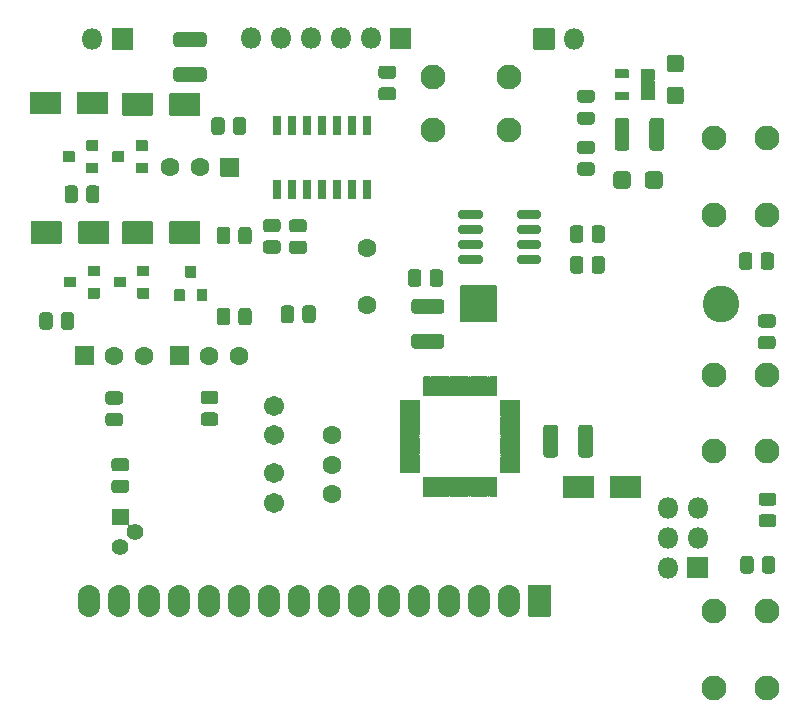
<source format=gbr>
G04 #@! TF.GenerationSoftware,KiCad,Pcbnew,5.1.7-a382d34a8~87~ubuntu20.04.1*
G04 #@! TF.CreationDate,2020-11-09T08:25:24+01:00*
G04 #@! TF.ProjectId,OpenerV1.1_Board,4f70656e-6572-4563-912e-315f426f6172,rev?*
G04 #@! TF.SameCoordinates,Original*
G04 #@! TF.FileFunction,Soldermask,Top*
G04 #@! TF.FilePolarity,Negative*
%FSLAX46Y46*%
G04 Gerber Fmt 4.6, Leading zero omitted, Abs format (unit mm)*
G04 Created by KiCad (PCBNEW 5.1.7-a382d34a8~87~ubuntu20.04.1) date 2020-11-09 08:25:24*
%MOMM*%
%LPD*%
G01*
G04 APERTURE LIST*
%ADD10O,1.802000X1.802000*%
%ADD11O,1.902000X2.702000*%
%ADD12C,3.102000*%
%ADD13C,1.602000*%
%ADD14C,2.102000*%
%ADD15C,1.402000*%
%ADD16C,1.702000*%
%ADD17C,0.100000*%
G04 APERTURE END LIST*
D10*
X119634000Y-43942000D03*
X122174000Y-43942000D03*
X124714000Y-43942000D03*
X127254000Y-43942000D03*
X129794000Y-43942000D03*
G36*
G01*
X131484000Y-43041000D02*
X133184000Y-43041000D01*
G75*
G02*
X133235000Y-43092000I0J-51000D01*
G01*
X133235000Y-44792000D01*
G75*
G02*
X133184000Y-44843000I-51000J0D01*
G01*
X131484000Y-44843000D01*
G75*
G02*
X131433000Y-44792000I0J51000D01*
G01*
X131433000Y-43092000D01*
G75*
G02*
X131484000Y-43041000I51000J0D01*
G01*
G37*
G36*
G01*
X150082500Y-82815000D02*
X150082500Y-81015000D01*
G75*
G02*
X150133500Y-80964000I51000J0D01*
G01*
X152633500Y-80964000D01*
G75*
G02*
X152684500Y-81015000I0J-51000D01*
G01*
X152684500Y-82815000D01*
G75*
G02*
X152633500Y-82866000I-51000J0D01*
G01*
X150133500Y-82866000D01*
G75*
G02*
X150082500Y-82815000I0J51000D01*
G01*
G37*
G36*
G01*
X146082500Y-82815000D02*
X146082500Y-81015000D01*
G75*
G02*
X146133500Y-80964000I51000J0D01*
G01*
X148633500Y-80964000D01*
G75*
G02*
X148684500Y-81015000I0J-51000D01*
G01*
X148684500Y-82815000D01*
G75*
G02*
X148633500Y-82866000I-51000J0D01*
G01*
X146133500Y-82866000D01*
G75*
G02*
X146082500Y-82815000I0J51000D01*
G01*
G37*
G36*
G01*
X115619328Y-44680500D02*
X113361672Y-44680500D01*
G75*
G02*
X113089500Y-44408328I0J272172D01*
G01*
X113089500Y-43700672D01*
G75*
G02*
X113361672Y-43428500I272172J0D01*
G01*
X115619328Y-43428500D01*
G75*
G02*
X115891500Y-43700672I0J-272172D01*
G01*
X115891500Y-44408328D01*
G75*
G02*
X115619328Y-44680500I-272172J0D01*
G01*
G37*
G36*
G01*
X115619328Y-47630500D02*
X113361672Y-47630500D01*
G75*
G02*
X113089500Y-47358328I0J272172D01*
G01*
X113089500Y-46650672D01*
G75*
G02*
X113361672Y-46378500I272172J0D01*
G01*
X115619328Y-46378500D01*
G75*
G02*
X115891500Y-46650672I0J-272172D01*
G01*
X115891500Y-47358328D01*
G75*
G02*
X115619328Y-47630500I-272172J0D01*
G01*
G37*
D11*
X105981500Y-91567000D03*
X108521500Y-91567000D03*
X111061500Y-91567000D03*
X113601500Y-91567000D03*
X116141500Y-91567000D03*
X118681500Y-91567000D03*
X121221500Y-91567000D03*
X123761500Y-91567000D03*
X126301500Y-91567000D03*
X128841500Y-91567000D03*
X131381500Y-91567000D03*
X133921500Y-91567000D03*
X136461500Y-91567000D03*
X139001500Y-91567000D03*
X141541500Y-91567000D03*
G36*
G01*
X145032500Y-90267000D02*
X145032500Y-92867000D01*
G75*
G02*
X144981500Y-92918000I-51000J0D01*
G01*
X143181500Y-92918000D01*
G75*
G02*
X143130500Y-92867000I0J51000D01*
G01*
X143130500Y-90267000D01*
G75*
G02*
X143181500Y-90216000I51000J0D01*
G01*
X144981500Y-90216000D01*
G75*
G02*
X145032500Y-90267000I0J-51000D01*
G01*
G37*
G36*
G01*
X142163500Y-59040000D02*
X142163500Y-58689000D01*
G75*
G02*
X142339000Y-58513500I175500J0D01*
G01*
X144040000Y-58513500D01*
G75*
G02*
X144215500Y-58689000I0J-175500D01*
G01*
X144215500Y-59040000D01*
G75*
G02*
X144040000Y-59215500I-175500J0D01*
G01*
X142339000Y-59215500D01*
G75*
G02*
X142163500Y-59040000I0J175500D01*
G01*
G37*
G36*
G01*
X142163500Y-60310000D02*
X142163500Y-59959000D01*
G75*
G02*
X142339000Y-59783500I175500J0D01*
G01*
X144040000Y-59783500D01*
G75*
G02*
X144215500Y-59959000I0J-175500D01*
G01*
X144215500Y-60310000D01*
G75*
G02*
X144040000Y-60485500I-175500J0D01*
G01*
X142339000Y-60485500D01*
G75*
G02*
X142163500Y-60310000I0J175500D01*
G01*
G37*
G36*
G01*
X142163500Y-61580000D02*
X142163500Y-61229000D01*
G75*
G02*
X142339000Y-61053500I175500J0D01*
G01*
X144040000Y-61053500D01*
G75*
G02*
X144215500Y-61229000I0J-175500D01*
G01*
X144215500Y-61580000D01*
G75*
G02*
X144040000Y-61755500I-175500J0D01*
G01*
X142339000Y-61755500D01*
G75*
G02*
X142163500Y-61580000I0J175500D01*
G01*
G37*
G36*
G01*
X142163500Y-62850000D02*
X142163500Y-62499000D01*
G75*
G02*
X142339000Y-62323500I175500J0D01*
G01*
X144040000Y-62323500D01*
G75*
G02*
X144215500Y-62499000I0J-175500D01*
G01*
X144215500Y-62850000D01*
G75*
G02*
X144040000Y-63025500I-175500J0D01*
G01*
X142339000Y-63025500D01*
G75*
G02*
X142163500Y-62850000I0J175500D01*
G01*
G37*
G36*
G01*
X137213500Y-62850000D02*
X137213500Y-62499000D01*
G75*
G02*
X137389000Y-62323500I175500J0D01*
G01*
X139090000Y-62323500D01*
G75*
G02*
X139265500Y-62499000I0J-175500D01*
G01*
X139265500Y-62850000D01*
G75*
G02*
X139090000Y-63025500I-175500J0D01*
G01*
X137389000Y-63025500D01*
G75*
G02*
X137213500Y-62850000I0J175500D01*
G01*
G37*
G36*
G01*
X137213500Y-61580000D02*
X137213500Y-61229000D01*
G75*
G02*
X137389000Y-61053500I175500J0D01*
G01*
X139090000Y-61053500D01*
G75*
G02*
X139265500Y-61229000I0J-175500D01*
G01*
X139265500Y-61580000D01*
G75*
G02*
X139090000Y-61755500I-175500J0D01*
G01*
X137389000Y-61755500D01*
G75*
G02*
X137213500Y-61580000I0J175500D01*
G01*
G37*
G36*
G01*
X137213500Y-60310000D02*
X137213500Y-59959000D01*
G75*
G02*
X137389000Y-59783500I175500J0D01*
G01*
X139090000Y-59783500D01*
G75*
G02*
X139265500Y-59959000I0J-175500D01*
G01*
X139265500Y-60310000D01*
G75*
G02*
X139090000Y-60485500I-175500J0D01*
G01*
X137389000Y-60485500D01*
G75*
G02*
X137213500Y-60310000I0J175500D01*
G01*
G37*
G36*
G01*
X137213500Y-59040000D02*
X137213500Y-58689000D01*
G75*
G02*
X137389000Y-58513500I175500J0D01*
G01*
X139090000Y-58513500D01*
G75*
G02*
X139265500Y-58689000I0J-175500D01*
G01*
X139265500Y-59040000D01*
G75*
G02*
X139090000Y-59215500I-175500J0D01*
G01*
X137389000Y-59215500D01*
G75*
G02*
X137213500Y-59040000I0J175500D01*
G01*
G37*
G36*
G01*
X130714875Y-48077500D02*
X131667125Y-48077500D01*
G75*
G02*
X131942000Y-48352375I0J-274875D01*
G01*
X131942000Y-48929625D01*
G75*
G02*
X131667125Y-49204500I-274875J0D01*
G01*
X130714875Y-49204500D01*
G75*
G02*
X130440000Y-48929625I0J274875D01*
G01*
X130440000Y-48352375D01*
G75*
G02*
X130714875Y-48077500I274875J0D01*
G01*
G37*
G36*
G01*
X130714875Y-46252500D02*
X131667125Y-46252500D01*
G75*
G02*
X131942000Y-46527375I0J-274875D01*
G01*
X131942000Y-47104625D01*
G75*
G02*
X131667125Y-47379500I-274875J0D01*
G01*
X130714875Y-47379500D01*
G75*
G02*
X130440000Y-47104625I0J274875D01*
G01*
X130440000Y-46527375D01*
G75*
G02*
X130714875Y-46252500I274875J0D01*
G01*
G37*
D10*
X154940000Y-83693000D03*
X157480000Y-83693000D03*
X154940000Y-86233000D03*
X157480000Y-86233000D03*
X154940000Y-88773000D03*
G36*
G01*
X158381000Y-87923000D02*
X158381000Y-89623000D01*
G75*
G02*
X158330000Y-89674000I-51000J0D01*
G01*
X156630000Y-89674000D01*
G75*
G02*
X156579000Y-89623000I0J51000D01*
G01*
X156579000Y-87923000D01*
G75*
G02*
X156630000Y-87872000I51000J0D01*
G01*
X158330000Y-87872000D01*
G75*
G02*
X158381000Y-87923000I0J-51000D01*
G01*
G37*
G36*
G01*
X137387000Y-67921000D02*
X137387000Y-64921000D01*
G75*
G02*
X137438000Y-64870000I51000J0D01*
G01*
X140438000Y-64870000D01*
G75*
G02*
X140489000Y-64921000I0J-51000D01*
G01*
X140489000Y-67921000D01*
G75*
G02*
X140438000Y-67972000I-51000J0D01*
G01*
X137438000Y-67972000D01*
G75*
G02*
X137387000Y-67921000I0J51000D01*
G01*
G37*
D12*
X159428000Y-66421000D03*
D13*
X129476500Y-66558500D03*
X129476500Y-61658500D03*
X126492000Y-77550000D03*
X126492000Y-80050000D03*
X126492000Y-82550000D03*
G36*
G01*
X151627000Y-48503999D02*
X151627000Y-49154001D01*
G75*
G02*
X151576001Y-49205000I-50999J0D01*
G01*
X150515999Y-49205000D01*
G75*
G02*
X150465000Y-49154001I0J50999D01*
G01*
X150465000Y-48503999D01*
G75*
G02*
X150515999Y-48453000I50999J0D01*
G01*
X151576001Y-48453000D01*
G75*
G02*
X151627000Y-48503999I0J-50999D01*
G01*
G37*
G36*
G01*
X151627000Y-46603999D02*
X151627000Y-47254001D01*
G75*
G02*
X151576001Y-47305000I-50999J0D01*
G01*
X150515999Y-47305000D01*
G75*
G02*
X150465000Y-47254001I0J50999D01*
G01*
X150465000Y-46603999D01*
G75*
G02*
X150515999Y-46553000I50999J0D01*
G01*
X151576001Y-46553000D01*
G75*
G02*
X151627000Y-46603999I0J-50999D01*
G01*
G37*
G36*
G01*
X153827000Y-46603999D02*
X153827000Y-47254001D01*
G75*
G02*
X153776001Y-47305000I-50999J0D01*
G01*
X152715999Y-47305000D01*
G75*
G02*
X152665000Y-47254001I0J50999D01*
G01*
X152665000Y-46603999D01*
G75*
G02*
X152715999Y-46553000I50999J0D01*
G01*
X153776001Y-46553000D01*
G75*
G02*
X153827000Y-46603999I0J-50999D01*
G01*
G37*
G36*
G01*
X153827000Y-47553999D02*
X153827000Y-48204001D01*
G75*
G02*
X153776001Y-48255000I-50999J0D01*
G01*
X152715999Y-48255000D01*
G75*
G02*
X152665000Y-48204001I0J50999D01*
G01*
X152665000Y-47553999D01*
G75*
G02*
X152715999Y-47503000I50999J0D01*
G01*
X153776001Y-47503000D01*
G75*
G02*
X153827000Y-47553999I0J-50999D01*
G01*
G37*
G36*
G01*
X153827000Y-48503999D02*
X153827000Y-49154001D01*
G75*
G02*
X153776001Y-49205000I-50999J0D01*
G01*
X152715999Y-49205000D01*
G75*
G02*
X152665000Y-49154001I0J50999D01*
G01*
X152665000Y-48503999D01*
G75*
G02*
X152715999Y-48453000I50999J0D01*
G01*
X153776001Y-48453000D01*
G75*
G02*
X153827000Y-48503999I0J-50999D01*
G01*
G37*
G36*
G01*
X134831500Y-74257000D02*
X134281500Y-74257000D01*
G75*
G02*
X134230500Y-74206000I0J51000D01*
G01*
X134230500Y-72606000D01*
G75*
G02*
X134281500Y-72555000I51000J0D01*
G01*
X134831500Y-72555000D01*
G75*
G02*
X134882500Y-72606000I0J-51000D01*
G01*
X134882500Y-74206000D01*
G75*
G02*
X134831500Y-74257000I-51000J0D01*
G01*
G37*
G36*
G01*
X135631500Y-74257000D02*
X135081500Y-74257000D01*
G75*
G02*
X135030500Y-74206000I0J51000D01*
G01*
X135030500Y-72606000D01*
G75*
G02*
X135081500Y-72555000I51000J0D01*
G01*
X135631500Y-72555000D01*
G75*
G02*
X135682500Y-72606000I0J-51000D01*
G01*
X135682500Y-74206000D01*
G75*
G02*
X135631500Y-74257000I-51000J0D01*
G01*
G37*
G36*
G01*
X136431500Y-74257000D02*
X135881500Y-74257000D01*
G75*
G02*
X135830500Y-74206000I0J51000D01*
G01*
X135830500Y-72606000D01*
G75*
G02*
X135881500Y-72555000I51000J0D01*
G01*
X136431500Y-72555000D01*
G75*
G02*
X136482500Y-72606000I0J-51000D01*
G01*
X136482500Y-74206000D01*
G75*
G02*
X136431500Y-74257000I-51000J0D01*
G01*
G37*
G36*
G01*
X137231500Y-74257000D02*
X136681500Y-74257000D01*
G75*
G02*
X136630500Y-74206000I0J51000D01*
G01*
X136630500Y-72606000D01*
G75*
G02*
X136681500Y-72555000I51000J0D01*
G01*
X137231500Y-72555000D01*
G75*
G02*
X137282500Y-72606000I0J-51000D01*
G01*
X137282500Y-74206000D01*
G75*
G02*
X137231500Y-74257000I-51000J0D01*
G01*
G37*
G36*
G01*
X138031500Y-74257000D02*
X137481500Y-74257000D01*
G75*
G02*
X137430500Y-74206000I0J51000D01*
G01*
X137430500Y-72606000D01*
G75*
G02*
X137481500Y-72555000I51000J0D01*
G01*
X138031500Y-72555000D01*
G75*
G02*
X138082500Y-72606000I0J-51000D01*
G01*
X138082500Y-74206000D01*
G75*
G02*
X138031500Y-74257000I-51000J0D01*
G01*
G37*
G36*
G01*
X138831500Y-74257000D02*
X138281500Y-74257000D01*
G75*
G02*
X138230500Y-74206000I0J51000D01*
G01*
X138230500Y-72606000D01*
G75*
G02*
X138281500Y-72555000I51000J0D01*
G01*
X138831500Y-72555000D01*
G75*
G02*
X138882500Y-72606000I0J-51000D01*
G01*
X138882500Y-74206000D01*
G75*
G02*
X138831500Y-74257000I-51000J0D01*
G01*
G37*
G36*
G01*
X139631500Y-74257000D02*
X139081500Y-74257000D01*
G75*
G02*
X139030500Y-74206000I0J51000D01*
G01*
X139030500Y-72606000D01*
G75*
G02*
X139081500Y-72555000I51000J0D01*
G01*
X139631500Y-72555000D01*
G75*
G02*
X139682500Y-72606000I0J-51000D01*
G01*
X139682500Y-74206000D01*
G75*
G02*
X139631500Y-74257000I-51000J0D01*
G01*
G37*
G36*
G01*
X140431500Y-74257000D02*
X139881500Y-74257000D01*
G75*
G02*
X139830500Y-74206000I0J51000D01*
G01*
X139830500Y-72606000D01*
G75*
G02*
X139881500Y-72555000I51000J0D01*
G01*
X140431500Y-72555000D01*
G75*
G02*
X140482500Y-72606000I0J-51000D01*
G01*
X140482500Y-74206000D01*
G75*
G02*
X140431500Y-74257000I-51000J0D01*
G01*
G37*
G36*
G01*
X140755500Y-75131000D02*
X140755500Y-74581000D01*
G75*
G02*
X140806500Y-74530000I51000J0D01*
G01*
X142406500Y-74530000D01*
G75*
G02*
X142457500Y-74581000I0J-51000D01*
G01*
X142457500Y-75131000D01*
G75*
G02*
X142406500Y-75182000I-51000J0D01*
G01*
X140806500Y-75182000D01*
G75*
G02*
X140755500Y-75131000I0J51000D01*
G01*
G37*
G36*
G01*
X140755500Y-75931000D02*
X140755500Y-75381000D01*
G75*
G02*
X140806500Y-75330000I51000J0D01*
G01*
X142406500Y-75330000D01*
G75*
G02*
X142457500Y-75381000I0J-51000D01*
G01*
X142457500Y-75931000D01*
G75*
G02*
X142406500Y-75982000I-51000J0D01*
G01*
X140806500Y-75982000D01*
G75*
G02*
X140755500Y-75931000I0J51000D01*
G01*
G37*
G36*
G01*
X140755500Y-76731000D02*
X140755500Y-76181000D01*
G75*
G02*
X140806500Y-76130000I51000J0D01*
G01*
X142406500Y-76130000D01*
G75*
G02*
X142457500Y-76181000I0J-51000D01*
G01*
X142457500Y-76731000D01*
G75*
G02*
X142406500Y-76782000I-51000J0D01*
G01*
X140806500Y-76782000D01*
G75*
G02*
X140755500Y-76731000I0J51000D01*
G01*
G37*
G36*
G01*
X140755500Y-77531000D02*
X140755500Y-76981000D01*
G75*
G02*
X140806500Y-76930000I51000J0D01*
G01*
X142406500Y-76930000D01*
G75*
G02*
X142457500Y-76981000I0J-51000D01*
G01*
X142457500Y-77531000D01*
G75*
G02*
X142406500Y-77582000I-51000J0D01*
G01*
X140806500Y-77582000D01*
G75*
G02*
X140755500Y-77531000I0J51000D01*
G01*
G37*
G36*
G01*
X140755500Y-78331000D02*
X140755500Y-77781000D01*
G75*
G02*
X140806500Y-77730000I51000J0D01*
G01*
X142406500Y-77730000D01*
G75*
G02*
X142457500Y-77781000I0J-51000D01*
G01*
X142457500Y-78331000D01*
G75*
G02*
X142406500Y-78382000I-51000J0D01*
G01*
X140806500Y-78382000D01*
G75*
G02*
X140755500Y-78331000I0J51000D01*
G01*
G37*
G36*
G01*
X140755500Y-79131000D02*
X140755500Y-78581000D01*
G75*
G02*
X140806500Y-78530000I51000J0D01*
G01*
X142406500Y-78530000D01*
G75*
G02*
X142457500Y-78581000I0J-51000D01*
G01*
X142457500Y-79131000D01*
G75*
G02*
X142406500Y-79182000I-51000J0D01*
G01*
X140806500Y-79182000D01*
G75*
G02*
X140755500Y-79131000I0J51000D01*
G01*
G37*
G36*
G01*
X140755500Y-79931000D02*
X140755500Y-79381000D01*
G75*
G02*
X140806500Y-79330000I51000J0D01*
G01*
X142406500Y-79330000D01*
G75*
G02*
X142457500Y-79381000I0J-51000D01*
G01*
X142457500Y-79931000D01*
G75*
G02*
X142406500Y-79982000I-51000J0D01*
G01*
X140806500Y-79982000D01*
G75*
G02*
X140755500Y-79931000I0J51000D01*
G01*
G37*
G36*
G01*
X140755500Y-80731000D02*
X140755500Y-80181000D01*
G75*
G02*
X140806500Y-80130000I51000J0D01*
G01*
X142406500Y-80130000D01*
G75*
G02*
X142457500Y-80181000I0J-51000D01*
G01*
X142457500Y-80731000D01*
G75*
G02*
X142406500Y-80782000I-51000J0D01*
G01*
X140806500Y-80782000D01*
G75*
G02*
X140755500Y-80731000I0J51000D01*
G01*
G37*
G36*
G01*
X140431500Y-82757000D02*
X139881500Y-82757000D01*
G75*
G02*
X139830500Y-82706000I0J51000D01*
G01*
X139830500Y-81106000D01*
G75*
G02*
X139881500Y-81055000I51000J0D01*
G01*
X140431500Y-81055000D01*
G75*
G02*
X140482500Y-81106000I0J-51000D01*
G01*
X140482500Y-82706000D01*
G75*
G02*
X140431500Y-82757000I-51000J0D01*
G01*
G37*
G36*
G01*
X139631500Y-82757000D02*
X139081500Y-82757000D01*
G75*
G02*
X139030500Y-82706000I0J51000D01*
G01*
X139030500Y-81106000D01*
G75*
G02*
X139081500Y-81055000I51000J0D01*
G01*
X139631500Y-81055000D01*
G75*
G02*
X139682500Y-81106000I0J-51000D01*
G01*
X139682500Y-82706000D01*
G75*
G02*
X139631500Y-82757000I-51000J0D01*
G01*
G37*
G36*
G01*
X138831500Y-82757000D02*
X138281500Y-82757000D01*
G75*
G02*
X138230500Y-82706000I0J51000D01*
G01*
X138230500Y-81106000D01*
G75*
G02*
X138281500Y-81055000I51000J0D01*
G01*
X138831500Y-81055000D01*
G75*
G02*
X138882500Y-81106000I0J-51000D01*
G01*
X138882500Y-82706000D01*
G75*
G02*
X138831500Y-82757000I-51000J0D01*
G01*
G37*
G36*
G01*
X138031500Y-82757000D02*
X137481500Y-82757000D01*
G75*
G02*
X137430500Y-82706000I0J51000D01*
G01*
X137430500Y-81106000D01*
G75*
G02*
X137481500Y-81055000I51000J0D01*
G01*
X138031500Y-81055000D01*
G75*
G02*
X138082500Y-81106000I0J-51000D01*
G01*
X138082500Y-82706000D01*
G75*
G02*
X138031500Y-82757000I-51000J0D01*
G01*
G37*
G36*
G01*
X137231500Y-82757000D02*
X136681500Y-82757000D01*
G75*
G02*
X136630500Y-82706000I0J51000D01*
G01*
X136630500Y-81106000D01*
G75*
G02*
X136681500Y-81055000I51000J0D01*
G01*
X137231500Y-81055000D01*
G75*
G02*
X137282500Y-81106000I0J-51000D01*
G01*
X137282500Y-82706000D01*
G75*
G02*
X137231500Y-82757000I-51000J0D01*
G01*
G37*
G36*
G01*
X136431500Y-82757000D02*
X135881500Y-82757000D01*
G75*
G02*
X135830500Y-82706000I0J51000D01*
G01*
X135830500Y-81106000D01*
G75*
G02*
X135881500Y-81055000I51000J0D01*
G01*
X136431500Y-81055000D01*
G75*
G02*
X136482500Y-81106000I0J-51000D01*
G01*
X136482500Y-82706000D01*
G75*
G02*
X136431500Y-82757000I-51000J0D01*
G01*
G37*
G36*
G01*
X135631500Y-82757000D02*
X135081500Y-82757000D01*
G75*
G02*
X135030500Y-82706000I0J51000D01*
G01*
X135030500Y-81106000D01*
G75*
G02*
X135081500Y-81055000I51000J0D01*
G01*
X135631500Y-81055000D01*
G75*
G02*
X135682500Y-81106000I0J-51000D01*
G01*
X135682500Y-82706000D01*
G75*
G02*
X135631500Y-82757000I-51000J0D01*
G01*
G37*
G36*
G01*
X134831500Y-82757000D02*
X134281500Y-82757000D01*
G75*
G02*
X134230500Y-82706000I0J51000D01*
G01*
X134230500Y-81106000D01*
G75*
G02*
X134281500Y-81055000I51000J0D01*
G01*
X134831500Y-81055000D01*
G75*
G02*
X134882500Y-81106000I0J-51000D01*
G01*
X134882500Y-82706000D01*
G75*
G02*
X134831500Y-82757000I-51000J0D01*
G01*
G37*
G36*
G01*
X132255500Y-80731000D02*
X132255500Y-80181000D01*
G75*
G02*
X132306500Y-80130000I51000J0D01*
G01*
X133906500Y-80130000D01*
G75*
G02*
X133957500Y-80181000I0J-51000D01*
G01*
X133957500Y-80731000D01*
G75*
G02*
X133906500Y-80782000I-51000J0D01*
G01*
X132306500Y-80782000D01*
G75*
G02*
X132255500Y-80731000I0J51000D01*
G01*
G37*
G36*
G01*
X132255500Y-79931000D02*
X132255500Y-79381000D01*
G75*
G02*
X132306500Y-79330000I51000J0D01*
G01*
X133906500Y-79330000D01*
G75*
G02*
X133957500Y-79381000I0J-51000D01*
G01*
X133957500Y-79931000D01*
G75*
G02*
X133906500Y-79982000I-51000J0D01*
G01*
X132306500Y-79982000D01*
G75*
G02*
X132255500Y-79931000I0J51000D01*
G01*
G37*
G36*
G01*
X132255500Y-79131000D02*
X132255500Y-78581000D01*
G75*
G02*
X132306500Y-78530000I51000J0D01*
G01*
X133906500Y-78530000D01*
G75*
G02*
X133957500Y-78581000I0J-51000D01*
G01*
X133957500Y-79131000D01*
G75*
G02*
X133906500Y-79182000I-51000J0D01*
G01*
X132306500Y-79182000D01*
G75*
G02*
X132255500Y-79131000I0J51000D01*
G01*
G37*
G36*
G01*
X132255500Y-78331000D02*
X132255500Y-77781000D01*
G75*
G02*
X132306500Y-77730000I51000J0D01*
G01*
X133906500Y-77730000D01*
G75*
G02*
X133957500Y-77781000I0J-51000D01*
G01*
X133957500Y-78331000D01*
G75*
G02*
X133906500Y-78382000I-51000J0D01*
G01*
X132306500Y-78382000D01*
G75*
G02*
X132255500Y-78331000I0J51000D01*
G01*
G37*
G36*
G01*
X132255500Y-77531000D02*
X132255500Y-76981000D01*
G75*
G02*
X132306500Y-76930000I51000J0D01*
G01*
X133906500Y-76930000D01*
G75*
G02*
X133957500Y-76981000I0J-51000D01*
G01*
X133957500Y-77531000D01*
G75*
G02*
X133906500Y-77582000I-51000J0D01*
G01*
X132306500Y-77582000D01*
G75*
G02*
X132255500Y-77531000I0J51000D01*
G01*
G37*
G36*
G01*
X132255500Y-76731000D02*
X132255500Y-76181000D01*
G75*
G02*
X132306500Y-76130000I51000J0D01*
G01*
X133906500Y-76130000D01*
G75*
G02*
X133957500Y-76181000I0J-51000D01*
G01*
X133957500Y-76731000D01*
G75*
G02*
X133906500Y-76782000I-51000J0D01*
G01*
X132306500Y-76782000D01*
G75*
G02*
X132255500Y-76731000I0J51000D01*
G01*
G37*
G36*
G01*
X132255500Y-75931000D02*
X132255500Y-75381000D01*
G75*
G02*
X132306500Y-75330000I51000J0D01*
G01*
X133906500Y-75330000D01*
G75*
G02*
X133957500Y-75381000I0J-51000D01*
G01*
X133957500Y-75931000D01*
G75*
G02*
X133906500Y-75982000I-51000J0D01*
G01*
X132306500Y-75982000D01*
G75*
G02*
X132255500Y-75931000I0J51000D01*
G01*
G37*
G36*
G01*
X132255500Y-75131000D02*
X132255500Y-74581000D01*
G75*
G02*
X132306500Y-74530000I51000J0D01*
G01*
X133906500Y-74530000D01*
G75*
G02*
X133957500Y-74581000I0J-51000D01*
G01*
X133957500Y-75131000D01*
G75*
G02*
X133906500Y-75182000I-51000J0D01*
G01*
X132306500Y-75182000D01*
G75*
G02*
X132255500Y-75131000I0J51000D01*
G01*
G37*
D14*
X158826500Y-52407500D03*
X163326500Y-52407500D03*
X158826500Y-58907500D03*
X163326500Y-58907500D03*
X158826500Y-72407500D03*
X163326500Y-72407500D03*
X158826500Y-78907500D03*
X163326500Y-78907500D03*
X158826500Y-92407500D03*
X163326500Y-92407500D03*
X158826500Y-98907500D03*
X163326500Y-98907500D03*
X135041500Y-51689000D03*
X135041500Y-47189000D03*
X141541500Y-51689000D03*
X141541500Y-47189000D03*
G36*
G01*
X124110625Y-60380500D02*
X123158375Y-60380500D01*
G75*
G02*
X122883500Y-60105625I0J274875D01*
G01*
X122883500Y-59528375D01*
G75*
G02*
X123158375Y-59253500I274875J0D01*
G01*
X124110625Y-59253500D01*
G75*
G02*
X124385500Y-59528375I0J-274875D01*
G01*
X124385500Y-60105625D01*
G75*
G02*
X124110625Y-60380500I-274875J0D01*
G01*
G37*
G36*
G01*
X124110625Y-62205500D02*
X123158375Y-62205500D01*
G75*
G02*
X122883500Y-61930625I0J274875D01*
G01*
X122883500Y-61353375D01*
G75*
G02*
X123158375Y-61078500I274875J0D01*
G01*
X124110625Y-61078500D01*
G75*
G02*
X124385500Y-61353375I0J-274875D01*
G01*
X124385500Y-61930625D01*
G75*
G02*
X124110625Y-62205500I-274875J0D01*
G01*
G37*
G36*
G01*
X121888125Y-60357000D02*
X120935875Y-60357000D01*
G75*
G02*
X120661000Y-60082125I0J274875D01*
G01*
X120661000Y-59504875D01*
G75*
G02*
X120935875Y-59230000I274875J0D01*
G01*
X121888125Y-59230000D01*
G75*
G02*
X122163000Y-59504875I0J-274875D01*
G01*
X122163000Y-60082125D01*
G75*
G02*
X121888125Y-60357000I-274875J0D01*
G01*
G37*
G36*
G01*
X121888125Y-62182000D02*
X120935875Y-62182000D01*
G75*
G02*
X120661000Y-61907125I0J274875D01*
G01*
X120661000Y-61329875D01*
G75*
G02*
X120935875Y-61055000I274875J0D01*
G01*
X121888125Y-61055000D01*
G75*
G02*
X122163000Y-61329875I0J-274875D01*
G01*
X122163000Y-61907125D01*
G75*
G02*
X121888125Y-62182000I-274875J0D01*
G01*
G37*
G36*
G01*
X117888000Y-60166375D02*
X117888000Y-61118625D01*
G75*
G02*
X117613125Y-61393500I-274875J0D01*
G01*
X117035875Y-61393500D01*
G75*
G02*
X116761000Y-61118625I0J274875D01*
G01*
X116761000Y-60166375D01*
G75*
G02*
X117035875Y-59891500I274875J0D01*
G01*
X117613125Y-59891500D01*
G75*
G02*
X117888000Y-60166375I0J-274875D01*
G01*
G37*
G36*
G01*
X119713000Y-60166375D02*
X119713000Y-61118625D01*
G75*
G02*
X119438125Y-61393500I-274875J0D01*
G01*
X118860875Y-61393500D01*
G75*
G02*
X118586000Y-61118625I0J274875D01*
G01*
X118586000Y-60166375D01*
G75*
G02*
X118860875Y-59891500I274875J0D01*
G01*
X119438125Y-59891500D01*
G75*
G02*
X119713000Y-60166375I0J-274875D01*
G01*
G37*
G36*
G01*
X123309000Y-66833875D02*
X123309000Y-67786125D01*
G75*
G02*
X123034125Y-68061000I-274875J0D01*
G01*
X122456875Y-68061000D01*
G75*
G02*
X122182000Y-67786125I0J274875D01*
G01*
X122182000Y-66833875D01*
G75*
G02*
X122456875Y-66559000I274875J0D01*
G01*
X123034125Y-66559000D01*
G75*
G02*
X123309000Y-66833875I0J-274875D01*
G01*
G37*
G36*
G01*
X125134000Y-66833875D02*
X125134000Y-67786125D01*
G75*
G02*
X124859125Y-68061000I-274875J0D01*
G01*
X124281875Y-68061000D01*
G75*
G02*
X124007000Y-67786125I0J274875D01*
G01*
X124007000Y-66833875D01*
G75*
G02*
X124281875Y-66559000I274875J0D01*
G01*
X124859125Y-66559000D01*
G75*
G02*
X125134000Y-66833875I0J-274875D01*
G01*
G37*
G36*
G01*
X117420000Y-50895375D02*
X117420000Y-51847625D01*
G75*
G02*
X117145125Y-52122500I-274875J0D01*
G01*
X116567875Y-52122500D01*
G75*
G02*
X116293000Y-51847625I0J274875D01*
G01*
X116293000Y-50895375D01*
G75*
G02*
X116567875Y-50620500I274875J0D01*
G01*
X117145125Y-50620500D01*
G75*
G02*
X117420000Y-50895375I0J-274875D01*
G01*
G37*
G36*
G01*
X119245000Y-50895375D02*
X119245000Y-51847625D01*
G75*
G02*
X118970125Y-52122500I-274875J0D01*
G01*
X118392875Y-52122500D01*
G75*
G02*
X118118000Y-51847625I0J274875D01*
G01*
X118118000Y-50895375D01*
G75*
G02*
X118392875Y-50620500I274875J0D01*
G01*
X118970125Y-50620500D01*
G75*
G02*
X119245000Y-50895375I0J-274875D01*
G01*
G37*
G36*
G01*
X105695500Y-57626125D02*
X105695500Y-56673875D01*
G75*
G02*
X105970375Y-56399000I274875J0D01*
G01*
X106547625Y-56399000D01*
G75*
G02*
X106822500Y-56673875I0J-274875D01*
G01*
X106822500Y-57626125D01*
G75*
G02*
X106547625Y-57901000I-274875J0D01*
G01*
X105970375Y-57901000D01*
G75*
G02*
X105695500Y-57626125I0J274875D01*
G01*
G37*
G36*
G01*
X103870500Y-57626125D02*
X103870500Y-56673875D01*
G75*
G02*
X104145375Y-56399000I274875J0D01*
G01*
X104722625Y-56399000D01*
G75*
G02*
X104997500Y-56673875I0J-274875D01*
G01*
X104997500Y-57626125D01*
G75*
G02*
X104722625Y-57901000I-274875J0D01*
G01*
X104145375Y-57901000D01*
G75*
G02*
X103870500Y-57626125I0J274875D01*
G01*
G37*
G36*
G01*
X147796500Y-60039375D02*
X147796500Y-60991625D01*
G75*
G02*
X147521625Y-61266500I-274875J0D01*
G01*
X146944375Y-61266500D01*
G75*
G02*
X146669500Y-60991625I0J274875D01*
G01*
X146669500Y-60039375D01*
G75*
G02*
X146944375Y-59764500I274875J0D01*
G01*
X147521625Y-59764500D01*
G75*
G02*
X147796500Y-60039375I0J-274875D01*
G01*
G37*
G36*
G01*
X149621500Y-60039375D02*
X149621500Y-60991625D01*
G75*
G02*
X149346625Y-61266500I-274875J0D01*
G01*
X148769375Y-61266500D01*
G75*
G02*
X148494500Y-60991625I0J274875D01*
G01*
X148494500Y-60039375D01*
G75*
G02*
X148769375Y-59764500I274875J0D01*
G01*
X149346625Y-59764500D01*
G75*
G02*
X149621500Y-60039375I0J-274875D01*
G01*
G37*
G36*
G01*
X147796500Y-62642875D02*
X147796500Y-63595125D01*
G75*
G02*
X147521625Y-63870000I-274875J0D01*
G01*
X146944375Y-63870000D01*
G75*
G02*
X146669500Y-63595125I0J274875D01*
G01*
X146669500Y-62642875D01*
G75*
G02*
X146944375Y-62368000I274875J0D01*
G01*
X147521625Y-62368000D01*
G75*
G02*
X147796500Y-62642875I0J-274875D01*
G01*
G37*
G36*
G01*
X149621500Y-62642875D02*
X149621500Y-63595125D01*
G75*
G02*
X149346625Y-63870000I-274875J0D01*
G01*
X148769375Y-63870000D01*
G75*
G02*
X148494500Y-63595125I0J274875D01*
G01*
X148494500Y-62642875D01*
G75*
G02*
X148769375Y-62368000I274875J0D01*
G01*
X149346625Y-62368000D01*
G75*
G02*
X149621500Y-62642875I0J-274875D01*
G01*
G37*
G36*
G01*
X118586000Y-67976625D02*
X118586000Y-67024375D01*
G75*
G02*
X118860875Y-66749500I274875J0D01*
G01*
X119438125Y-66749500D01*
G75*
G02*
X119713000Y-67024375I0J-274875D01*
G01*
X119713000Y-67976625D01*
G75*
G02*
X119438125Y-68251500I-274875J0D01*
G01*
X118860875Y-68251500D01*
G75*
G02*
X118586000Y-67976625I0J274875D01*
G01*
G37*
G36*
G01*
X116761000Y-67976625D02*
X116761000Y-67024375D01*
G75*
G02*
X117035875Y-66749500I274875J0D01*
G01*
X117613125Y-66749500D01*
G75*
G02*
X117888000Y-67024375I0J-274875D01*
G01*
X117888000Y-67976625D01*
G75*
G02*
X117613125Y-68251500I-274875J0D01*
G01*
X117035875Y-68251500D01*
G75*
G02*
X116761000Y-67976625I0J274875D01*
G01*
G37*
G36*
G01*
X116617625Y-74922000D02*
X115665375Y-74922000D01*
G75*
G02*
X115390500Y-74647125I0J274875D01*
G01*
X115390500Y-74069875D01*
G75*
G02*
X115665375Y-73795000I274875J0D01*
G01*
X116617625Y-73795000D01*
G75*
G02*
X116892500Y-74069875I0J-274875D01*
G01*
X116892500Y-74647125D01*
G75*
G02*
X116617625Y-74922000I-274875J0D01*
G01*
G37*
G36*
G01*
X116617625Y-76747000D02*
X115665375Y-76747000D01*
G75*
G02*
X115390500Y-76472125I0J274875D01*
G01*
X115390500Y-75894875D01*
G75*
G02*
X115665375Y-75620000I274875J0D01*
G01*
X116617625Y-75620000D01*
G75*
G02*
X116892500Y-75894875I0J-274875D01*
G01*
X116892500Y-76472125D01*
G75*
G02*
X116617625Y-76747000I-274875J0D01*
G01*
G37*
G36*
G01*
X103560000Y-68357625D02*
X103560000Y-67405375D01*
G75*
G02*
X103834875Y-67130500I274875J0D01*
G01*
X104412125Y-67130500D01*
G75*
G02*
X104687000Y-67405375I0J-274875D01*
G01*
X104687000Y-68357625D01*
G75*
G02*
X104412125Y-68632500I-274875J0D01*
G01*
X103834875Y-68632500D01*
G75*
G02*
X103560000Y-68357625I0J274875D01*
G01*
G37*
G36*
G01*
X101735000Y-68357625D02*
X101735000Y-67405375D01*
G75*
G02*
X102009875Y-67130500I274875J0D01*
G01*
X102587125Y-67130500D01*
G75*
G02*
X102862000Y-67405375I0J-274875D01*
G01*
X102862000Y-68357625D01*
G75*
G02*
X102587125Y-68632500I-274875J0D01*
G01*
X102009875Y-68632500D01*
G75*
G02*
X101735000Y-68357625I0J274875D01*
G01*
G37*
G36*
G01*
X108553125Y-74962000D02*
X107600875Y-74962000D01*
G75*
G02*
X107326000Y-74687125I0J274875D01*
G01*
X107326000Y-74109875D01*
G75*
G02*
X107600875Y-73835000I274875J0D01*
G01*
X108553125Y-73835000D01*
G75*
G02*
X108828000Y-74109875I0J-274875D01*
G01*
X108828000Y-74687125D01*
G75*
G02*
X108553125Y-74962000I-274875J0D01*
G01*
G37*
G36*
G01*
X108553125Y-76787000D02*
X107600875Y-76787000D01*
G75*
G02*
X107326000Y-76512125I0J274875D01*
G01*
X107326000Y-75934875D01*
G75*
G02*
X107600875Y-75660000I274875J0D01*
G01*
X108553125Y-75660000D01*
G75*
G02*
X108828000Y-75934875I0J-274875D01*
G01*
X108828000Y-76512125D01*
G75*
G02*
X108553125Y-76787000I-274875J0D01*
G01*
G37*
G36*
G01*
X162107500Y-62325375D02*
X162107500Y-63277625D01*
G75*
G02*
X161832625Y-63552500I-274875J0D01*
G01*
X161255375Y-63552500D01*
G75*
G02*
X160980500Y-63277625I0J274875D01*
G01*
X160980500Y-62325375D01*
G75*
G02*
X161255375Y-62050500I274875J0D01*
G01*
X161832625Y-62050500D01*
G75*
G02*
X162107500Y-62325375I0J-274875D01*
G01*
G37*
G36*
G01*
X163932500Y-62325375D02*
X163932500Y-63277625D01*
G75*
G02*
X163657625Y-63552500I-274875J0D01*
G01*
X163080375Y-63552500D01*
G75*
G02*
X162805500Y-63277625I0J274875D01*
G01*
X162805500Y-62325375D01*
G75*
G02*
X163080375Y-62050500I274875J0D01*
G01*
X163657625Y-62050500D01*
G75*
G02*
X163932500Y-62325375I0J-274875D01*
G01*
G37*
G36*
G01*
X162909000Y-88995125D02*
X162909000Y-88042875D01*
G75*
G02*
X163183875Y-87768000I274875J0D01*
G01*
X163761125Y-87768000D01*
G75*
G02*
X164036000Y-88042875I0J-274875D01*
G01*
X164036000Y-88995125D01*
G75*
G02*
X163761125Y-89270000I-274875J0D01*
G01*
X163183875Y-89270000D01*
G75*
G02*
X162909000Y-88995125I0J274875D01*
G01*
G37*
G36*
G01*
X161084000Y-88995125D02*
X161084000Y-88042875D01*
G75*
G02*
X161358875Y-87768000I274875J0D01*
G01*
X161936125Y-87768000D01*
G75*
G02*
X162211000Y-88042875I0J-274875D01*
G01*
X162211000Y-88995125D01*
G75*
G02*
X161936125Y-89270000I-274875J0D01*
G01*
X161358875Y-89270000D01*
G75*
G02*
X161084000Y-88995125I0J274875D01*
G01*
G37*
G36*
G01*
X163798125Y-68445000D02*
X162845875Y-68445000D01*
G75*
G02*
X162571000Y-68170125I0J274875D01*
G01*
X162571000Y-67592875D01*
G75*
G02*
X162845875Y-67318000I274875J0D01*
G01*
X163798125Y-67318000D01*
G75*
G02*
X164073000Y-67592875I0J-274875D01*
G01*
X164073000Y-68170125D01*
G75*
G02*
X163798125Y-68445000I-274875J0D01*
G01*
G37*
G36*
G01*
X163798125Y-70270000D02*
X162845875Y-70270000D01*
G75*
G02*
X162571000Y-69995125I0J274875D01*
G01*
X162571000Y-69417875D01*
G75*
G02*
X162845875Y-69143000I274875J0D01*
G01*
X163798125Y-69143000D01*
G75*
G02*
X164073000Y-69417875I0J-274875D01*
G01*
X164073000Y-69995125D01*
G75*
G02*
X163798125Y-70270000I-274875J0D01*
G01*
G37*
G36*
G01*
X163861625Y-83534500D02*
X162909375Y-83534500D01*
G75*
G02*
X162634500Y-83259625I0J274875D01*
G01*
X162634500Y-82682375D01*
G75*
G02*
X162909375Y-82407500I274875J0D01*
G01*
X163861625Y-82407500D01*
G75*
G02*
X164136500Y-82682375I0J-274875D01*
G01*
X164136500Y-83259625D01*
G75*
G02*
X163861625Y-83534500I-274875J0D01*
G01*
G37*
G36*
G01*
X163861625Y-85359500D02*
X162909375Y-85359500D01*
G75*
G02*
X162634500Y-85084625I0J274875D01*
G01*
X162634500Y-84507375D01*
G75*
G02*
X162909375Y-84232500I274875J0D01*
G01*
X163861625Y-84232500D01*
G75*
G02*
X164136500Y-84507375I0J-274875D01*
G01*
X164136500Y-85084625D01*
G75*
G02*
X163861625Y-85359500I-274875J0D01*
G01*
G37*
G36*
G01*
X108108875Y-81311500D02*
X109061125Y-81311500D01*
G75*
G02*
X109336000Y-81586375I0J-274875D01*
G01*
X109336000Y-82163625D01*
G75*
G02*
X109061125Y-82438500I-274875J0D01*
G01*
X108108875Y-82438500D01*
G75*
G02*
X107834000Y-82163625I0J274875D01*
G01*
X107834000Y-81586375D01*
G75*
G02*
X108108875Y-81311500I274875J0D01*
G01*
G37*
G36*
G01*
X108108875Y-79486500D02*
X109061125Y-79486500D01*
G75*
G02*
X109336000Y-79761375I0J-274875D01*
G01*
X109336000Y-80338625D01*
G75*
G02*
X109061125Y-80613500I-274875J0D01*
G01*
X108108875Y-80613500D01*
G75*
G02*
X107834000Y-80338625I0J274875D01*
G01*
X107834000Y-79761375D01*
G75*
G02*
X108108875Y-79486500I274875J0D01*
G01*
G37*
G36*
G01*
X134080500Y-63762375D02*
X134080500Y-64714625D01*
G75*
G02*
X133805625Y-64989500I-274875J0D01*
G01*
X133228375Y-64989500D01*
G75*
G02*
X132953500Y-64714625I0J274875D01*
G01*
X132953500Y-63762375D01*
G75*
G02*
X133228375Y-63487500I274875J0D01*
G01*
X133805625Y-63487500D01*
G75*
G02*
X134080500Y-63762375I0J-274875D01*
G01*
G37*
G36*
G01*
X135905500Y-63762375D02*
X135905500Y-64714625D01*
G75*
G02*
X135630625Y-64989500I-274875J0D01*
G01*
X135053375Y-64989500D01*
G75*
G02*
X134778500Y-64714625I0J274875D01*
G01*
X134778500Y-63762375D01*
G75*
G02*
X135053375Y-63487500I274875J0D01*
G01*
X135630625Y-63487500D01*
G75*
G02*
X135905500Y-63762375I0J-274875D01*
G01*
G37*
G36*
G01*
X147542375Y-54451000D02*
X148494625Y-54451000D01*
G75*
G02*
X148769500Y-54725875I0J-274875D01*
G01*
X148769500Y-55303125D01*
G75*
G02*
X148494625Y-55578000I-274875J0D01*
G01*
X147542375Y-55578000D01*
G75*
G02*
X147267500Y-55303125I0J274875D01*
G01*
X147267500Y-54725875D01*
G75*
G02*
X147542375Y-54451000I274875J0D01*
G01*
G37*
G36*
G01*
X147542375Y-52626000D02*
X148494625Y-52626000D01*
G75*
G02*
X148769500Y-52900875I0J-274875D01*
G01*
X148769500Y-53478125D01*
G75*
G02*
X148494625Y-53753000I-274875J0D01*
G01*
X147542375Y-53753000D01*
G75*
G02*
X147267500Y-53478125I0J274875D01*
G01*
X147267500Y-52900875D01*
G75*
G02*
X147542375Y-52626000I274875J0D01*
G01*
G37*
G36*
G01*
X118657000Y-54114000D02*
X118657000Y-55614000D01*
G75*
G02*
X118606000Y-55665000I-51000J0D01*
G01*
X117106000Y-55665000D01*
G75*
G02*
X117055000Y-55614000I0J51000D01*
G01*
X117055000Y-54114000D01*
G75*
G02*
X117106000Y-54063000I51000J0D01*
G01*
X118606000Y-54063000D01*
G75*
G02*
X118657000Y-54114000I0J-51000D01*
G01*
G37*
D13*
X112776000Y-54864000D03*
X115316000Y-54864000D03*
G36*
G01*
X108911500Y-53575000D02*
X108911500Y-54375000D01*
G75*
G02*
X108860500Y-54426000I-51000J0D01*
G01*
X107960500Y-54426000D01*
G75*
G02*
X107909500Y-54375000I0J51000D01*
G01*
X107909500Y-53575000D01*
G75*
G02*
X107960500Y-53524000I51000J0D01*
G01*
X108860500Y-53524000D01*
G75*
G02*
X108911500Y-53575000I0J-51000D01*
G01*
G37*
G36*
G01*
X110911500Y-52625000D02*
X110911500Y-53425000D01*
G75*
G02*
X110860500Y-53476000I-51000J0D01*
G01*
X109960500Y-53476000D01*
G75*
G02*
X109909500Y-53425000I0J51000D01*
G01*
X109909500Y-52625000D01*
G75*
G02*
X109960500Y-52574000I51000J0D01*
G01*
X110860500Y-52574000D01*
G75*
G02*
X110911500Y-52625000I0J-51000D01*
G01*
G37*
G36*
G01*
X110911500Y-54525000D02*
X110911500Y-55325000D01*
G75*
G02*
X110860500Y-55376000I-51000J0D01*
G01*
X109960500Y-55376000D01*
G75*
G02*
X109909500Y-55325000I0J51000D01*
G01*
X109909500Y-54525000D01*
G75*
G02*
X109960500Y-54474000I51000J0D01*
G01*
X110860500Y-54474000D01*
G75*
G02*
X110911500Y-54525000I0J-51000D01*
G01*
G37*
G36*
G01*
X104720500Y-53575000D02*
X104720500Y-54375000D01*
G75*
G02*
X104669500Y-54426000I-51000J0D01*
G01*
X103769500Y-54426000D01*
G75*
G02*
X103718500Y-54375000I0J51000D01*
G01*
X103718500Y-53575000D01*
G75*
G02*
X103769500Y-53524000I51000J0D01*
G01*
X104669500Y-53524000D01*
G75*
G02*
X104720500Y-53575000I0J-51000D01*
G01*
G37*
G36*
G01*
X106720500Y-52625000D02*
X106720500Y-53425000D01*
G75*
G02*
X106669500Y-53476000I-51000J0D01*
G01*
X105769500Y-53476000D01*
G75*
G02*
X105718500Y-53425000I0J51000D01*
G01*
X105718500Y-52625000D01*
G75*
G02*
X105769500Y-52574000I51000J0D01*
G01*
X106669500Y-52574000D01*
G75*
G02*
X106720500Y-52625000I0J-51000D01*
G01*
G37*
G36*
G01*
X106720500Y-54525000D02*
X106720500Y-55325000D01*
G75*
G02*
X106669500Y-55376000I-51000J0D01*
G01*
X105769500Y-55376000D01*
G75*
G02*
X105718500Y-55325000I0J51000D01*
G01*
X105718500Y-54525000D01*
G75*
G02*
X105769500Y-54474000I51000J0D01*
G01*
X106669500Y-54474000D01*
G75*
G02*
X106720500Y-54525000I0J-51000D01*
G01*
G37*
G36*
G01*
X114954000Y-64207500D02*
X114154000Y-64207500D01*
G75*
G02*
X114103000Y-64156500I0J51000D01*
G01*
X114103000Y-63256500D01*
G75*
G02*
X114154000Y-63205500I51000J0D01*
G01*
X114954000Y-63205500D01*
G75*
G02*
X115005000Y-63256500I0J-51000D01*
G01*
X115005000Y-64156500D01*
G75*
G02*
X114954000Y-64207500I-51000J0D01*
G01*
G37*
G36*
G01*
X115904000Y-66207500D02*
X115104000Y-66207500D01*
G75*
G02*
X115053000Y-66156500I0J51000D01*
G01*
X115053000Y-65256500D01*
G75*
G02*
X115104000Y-65205500I51000J0D01*
G01*
X115904000Y-65205500D01*
G75*
G02*
X115955000Y-65256500I0J-51000D01*
G01*
X115955000Y-66156500D01*
G75*
G02*
X115904000Y-66207500I-51000J0D01*
G01*
G37*
G36*
G01*
X114004000Y-66207500D02*
X113204000Y-66207500D01*
G75*
G02*
X113153000Y-66156500I0J51000D01*
G01*
X113153000Y-65256500D01*
G75*
G02*
X113204000Y-65205500I51000J0D01*
G01*
X114004000Y-65205500D01*
G75*
G02*
X114055000Y-65256500I0J-51000D01*
G01*
X114055000Y-66156500D01*
G75*
G02*
X114004000Y-66207500I-51000J0D01*
G01*
G37*
G36*
G01*
X112800500Y-71552500D02*
X112800500Y-70052500D01*
G75*
G02*
X112851500Y-70001500I51000J0D01*
G01*
X114351500Y-70001500D01*
G75*
G02*
X114402500Y-70052500I0J-51000D01*
G01*
X114402500Y-71552500D01*
G75*
G02*
X114351500Y-71603500I-51000J0D01*
G01*
X112851500Y-71603500D01*
G75*
G02*
X112800500Y-71552500I0J51000D01*
G01*
G37*
X118681500Y-70802500D03*
X116141500Y-70802500D03*
G36*
G01*
X109038500Y-64179500D02*
X109038500Y-64979500D01*
G75*
G02*
X108987500Y-65030500I-51000J0D01*
G01*
X108087500Y-65030500D01*
G75*
G02*
X108036500Y-64979500I0J51000D01*
G01*
X108036500Y-64179500D01*
G75*
G02*
X108087500Y-64128500I51000J0D01*
G01*
X108987500Y-64128500D01*
G75*
G02*
X109038500Y-64179500I0J-51000D01*
G01*
G37*
G36*
G01*
X111038500Y-63229500D02*
X111038500Y-64029500D01*
G75*
G02*
X110987500Y-64080500I-51000J0D01*
G01*
X110087500Y-64080500D01*
G75*
G02*
X110036500Y-64029500I0J51000D01*
G01*
X110036500Y-63229500D01*
G75*
G02*
X110087500Y-63178500I51000J0D01*
G01*
X110987500Y-63178500D01*
G75*
G02*
X111038500Y-63229500I0J-51000D01*
G01*
G37*
G36*
G01*
X111038500Y-65129500D02*
X111038500Y-65929500D01*
G75*
G02*
X110987500Y-65980500I-51000J0D01*
G01*
X110087500Y-65980500D01*
G75*
G02*
X110036500Y-65929500I0J51000D01*
G01*
X110036500Y-65129500D01*
G75*
G02*
X110087500Y-65078500I51000J0D01*
G01*
X110987500Y-65078500D01*
G75*
G02*
X111038500Y-65129500I0J-51000D01*
G01*
G37*
G36*
G01*
X104847500Y-64179500D02*
X104847500Y-64979500D01*
G75*
G02*
X104796500Y-65030500I-51000J0D01*
G01*
X103896500Y-65030500D01*
G75*
G02*
X103845500Y-64979500I0J51000D01*
G01*
X103845500Y-64179500D01*
G75*
G02*
X103896500Y-64128500I51000J0D01*
G01*
X104796500Y-64128500D01*
G75*
G02*
X104847500Y-64179500I0J-51000D01*
G01*
G37*
G36*
G01*
X106847500Y-63229500D02*
X106847500Y-64029500D01*
G75*
G02*
X106796500Y-64080500I-51000J0D01*
G01*
X105896500Y-64080500D01*
G75*
G02*
X105845500Y-64029500I0J51000D01*
G01*
X105845500Y-63229500D01*
G75*
G02*
X105896500Y-63178500I51000J0D01*
G01*
X106796500Y-63178500D01*
G75*
G02*
X106847500Y-63229500I0J-51000D01*
G01*
G37*
G36*
G01*
X106847500Y-65129500D02*
X106847500Y-65929500D01*
G75*
G02*
X106796500Y-65980500I-51000J0D01*
G01*
X105896500Y-65980500D01*
G75*
G02*
X105845500Y-65929500I0J51000D01*
G01*
X105845500Y-65129500D01*
G75*
G02*
X105896500Y-65078500I51000J0D01*
G01*
X106796500Y-65078500D01*
G75*
G02*
X106847500Y-65129500I0J-51000D01*
G01*
G37*
G36*
G01*
X104736000Y-71552500D02*
X104736000Y-70052500D01*
G75*
G02*
X104787000Y-70001500I51000J0D01*
G01*
X106287000Y-70001500D01*
G75*
G02*
X106338000Y-70052500I0J-51000D01*
G01*
X106338000Y-71552500D01*
G75*
G02*
X106287000Y-71603500I-51000J0D01*
G01*
X104787000Y-71603500D01*
G75*
G02*
X104736000Y-71552500I0J51000D01*
G01*
G37*
X110617000Y-70802500D03*
X108077000Y-70802500D03*
G36*
G01*
X107935000Y-83754000D02*
X109235000Y-83754000D01*
G75*
G02*
X109286000Y-83805000I0J-51000D01*
G01*
X109286000Y-85105000D01*
G75*
G02*
X109235000Y-85156000I-51000J0D01*
G01*
X107935000Y-85156000D01*
G75*
G02*
X107884000Y-85105000I0J51000D01*
G01*
X107884000Y-83805000D01*
G75*
G02*
X107935000Y-83754000I51000J0D01*
G01*
G37*
D15*
X108585000Y-86995000D03*
X109855000Y-85725000D03*
D10*
X147002500Y-44000000D03*
G36*
G01*
X145312500Y-44901000D02*
X143612500Y-44901000D01*
G75*
G02*
X143561500Y-44850000I0J51000D01*
G01*
X143561500Y-43150000D01*
G75*
G02*
X143612500Y-43099000I51000J0D01*
G01*
X145312500Y-43099000D01*
G75*
G02*
X145363500Y-43150000I0J-51000D01*
G01*
X145363500Y-44850000D01*
G75*
G02*
X145312500Y-44901000I-51000J0D01*
G01*
G37*
X106235500Y-44000000D03*
G36*
G01*
X107925500Y-43099000D02*
X109625500Y-43099000D01*
G75*
G02*
X109676500Y-43150000I0J-51000D01*
G01*
X109676500Y-44850000D01*
G75*
G02*
X109625500Y-44901000I-51000J0D01*
G01*
X107925500Y-44901000D01*
G75*
G02*
X107874500Y-44850000I0J51000D01*
G01*
X107874500Y-43150000D01*
G75*
G02*
X107925500Y-43099000I51000J0D01*
G01*
G37*
G36*
G01*
X129100500Y-57513001D02*
X129100500Y-55987999D01*
G75*
G02*
X129151499Y-55937000I50999J0D01*
G01*
X129801501Y-55937000D01*
G75*
G02*
X129852500Y-55987999I0J-50999D01*
G01*
X129852500Y-57513001D01*
G75*
G02*
X129801501Y-57564000I-50999J0D01*
G01*
X129151499Y-57564000D01*
G75*
G02*
X129100500Y-57513001I0J50999D01*
G01*
G37*
G36*
G01*
X127830500Y-57513001D02*
X127830500Y-55987999D01*
G75*
G02*
X127881499Y-55937000I50999J0D01*
G01*
X128531501Y-55937000D01*
G75*
G02*
X128582500Y-55987999I0J-50999D01*
G01*
X128582500Y-57513001D01*
G75*
G02*
X128531501Y-57564000I-50999J0D01*
G01*
X127881499Y-57564000D01*
G75*
G02*
X127830500Y-57513001I0J50999D01*
G01*
G37*
G36*
G01*
X126560500Y-57513001D02*
X126560500Y-55987999D01*
G75*
G02*
X126611499Y-55937000I50999J0D01*
G01*
X127261501Y-55937000D01*
G75*
G02*
X127312500Y-55987999I0J-50999D01*
G01*
X127312500Y-57513001D01*
G75*
G02*
X127261501Y-57564000I-50999J0D01*
G01*
X126611499Y-57564000D01*
G75*
G02*
X126560500Y-57513001I0J50999D01*
G01*
G37*
G36*
G01*
X125290500Y-57513001D02*
X125290500Y-55987999D01*
G75*
G02*
X125341499Y-55937000I50999J0D01*
G01*
X125991501Y-55937000D01*
G75*
G02*
X126042500Y-55987999I0J-50999D01*
G01*
X126042500Y-57513001D01*
G75*
G02*
X125991501Y-57564000I-50999J0D01*
G01*
X125341499Y-57564000D01*
G75*
G02*
X125290500Y-57513001I0J50999D01*
G01*
G37*
G36*
G01*
X124020500Y-57513001D02*
X124020500Y-55987999D01*
G75*
G02*
X124071499Y-55937000I50999J0D01*
G01*
X124721501Y-55937000D01*
G75*
G02*
X124772500Y-55987999I0J-50999D01*
G01*
X124772500Y-57513001D01*
G75*
G02*
X124721501Y-57564000I-50999J0D01*
G01*
X124071499Y-57564000D01*
G75*
G02*
X124020500Y-57513001I0J50999D01*
G01*
G37*
G36*
G01*
X122750500Y-57513001D02*
X122750500Y-55987999D01*
G75*
G02*
X122801499Y-55937000I50999J0D01*
G01*
X123451501Y-55937000D01*
G75*
G02*
X123502500Y-55987999I0J-50999D01*
G01*
X123502500Y-57513001D01*
G75*
G02*
X123451501Y-57564000I-50999J0D01*
G01*
X122801499Y-57564000D01*
G75*
G02*
X122750500Y-57513001I0J50999D01*
G01*
G37*
G36*
G01*
X121480500Y-57513001D02*
X121480500Y-55987999D01*
G75*
G02*
X121531499Y-55937000I50999J0D01*
G01*
X122181501Y-55937000D01*
G75*
G02*
X122232500Y-55987999I0J-50999D01*
G01*
X122232500Y-57513001D01*
G75*
G02*
X122181501Y-57564000I-50999J0D01*
G01*
X121531499Y-57564000D01*
G75*
G02*
X121480500Y-57513001I0J50999D01*
G01*
G37*
G36*
G01*
X121480500Y-52089001D02*
X121480500Y-50563999D01*
G75*
G02*
X121531499Y-50513000I50999J0D01*
G01*
X122181501Y-50513000D01*
G75*
G02*
X122232500Y-50563999I0J-50999D01*
G01*
X122232500Y-52089001D01*
G75*
G02*
X122181501Y-52140000I-50999J0D01*
G01*
X121531499Y-52140000D01*
G75*
G02*
X121480500Y-52089001I0J50999D01*
G01*
G37*
G36*
G01*
X122750500Y-52089001D02*
X122750500Y-50563999D01*
G75*
G02*
X122801499Y-50513000I50999J0D01*
G01*
X123451501Y-50513000D01*
G75*
G02*
X123502500Y-50563999I0J-50999D01*
G01*
X123502500Y-52089001D01*
G75*
G02*
X123451501Y-52140000I-50999J0D01*
G01*
X122801499Y-52140000D01*
G75*
G02*
X122750500Y-52089001I0J50999D01*
G01*
G37*
G36*
G01*
X124020500Y-52089001D02*
X124020500Y-50563999D01*
G75*
G02*
X124071499Y-50513000I50999J0D01*
G01*
X124721501Y-50513000D01*
G75*
G02*
X124772500Y-50563999I0J-50999D01*
G01*
X124772500Y-52089001D01*
G75*
G02*
X124721501Y-52140000I-50999J0D01*
G01*
X124071499Y-52140000D01*
G75*
G02*
X124020500Y-52089001I0J50999D01*
G01*
G37*
G36*
G01*
X125290500Y-52089001D02*
X125290500Y-50563999D01*
G75*
G02*
X125341499Y-50513000I50999J0D01*
G01*
X125991501Y-50513000D01*
G75*
G02*
X126042500Y-50563999I0J-50999D01*
G01*
X126042500Y-52089001D01*
G75*
G02*
X125991501Y-52140000I-50999J0D01*
G01*
X125341499Y-52140000D01*
G75*
G02*
X125290500Y-52089001I0J50999D01*
G01*
G37*
G36*
G01*
X126560500Y-52089001D02*
X126560500Y-50563999D01*
G75*
G02*
X126611499Y-50513000I50999J0D01*
G01*
X127261501Y-50513000D01*
G75*
G02*
X127312500Y-50563999I0J-50999D01*
G01*
X127312500Y-52089001D01*
G75*
G02*
X127261501Y-52140000I-50999J0D01*
G01*
X126611499Y-52140000D01*
G75*
G02*
X126560500Y-52089001I0J50999D01*
G01*
G37*
G36*
G01*
X127830500Y-52089001D02*
X127830500Y-50563999D01*
G75*
G02*
X127881499Y-50513000I50999J0D01*
G01*
X128531501Y-50513000D01*
G75*
G02*
X128582500Y-50563999I0J-50999D01*
G01*
X128582500Y-52089001D01*
G75*
G02*
X128531501Y-52140000I-50999J0D01*
G01*
X127881499Y-52140000D01*
G75*
G02*
X127830500Y-52089001I0J50999D01*
G01*
G37*
G36*
G01*
X129100500Y-52089001D02*
X129100500Y-50563999D01*
G75*
G02*
X129151499Y-50513000I50999J0D01*
G01*
X129801501Y-50513000D01*
G75*
G02*
X129852500Y-50563999I0J-50999D01*
G01*
X129852500Y-52089001D01*
G75*
G02*
X129801501Y-52140000I-50999J0D01*
G01*
X129151499Y-52140000D01*
G75*
G02*
X129100500Y-52089001I0J50999D01*
G01*
G37*
G36*
G01*
X112744500Y-50430000D02*
X112744500Y-48630000D01*
G75*
G02*
X112795500Y-48579000I51000J0D01*
G01*
X115295500Y-48579000D01*
G75*
G02*
X115346500Y-48630000I0J-51000D01*
G01*
X115346500Y-50430000D01*
G75*
G02*
X115295500Y-50481000I-51000J0D01*
G01*
X112795500Y-50481000D01*
G75*
G02*
X112744500Y-50430000I0J51000D01*
G01*
G37*
G36*
G01*
X108744500Y-50430000D02*
X108744500Y-48630000D01*
G75*
G02*
X108795500Y-48579000I51000J0D01*
G01*
X111295500Y-48579000D01*
G75*
G02*
X111346500Y-48630000I0J-51000D01*
G01*
X111346500Y-50430000D01*
G75*
G02*
X111295500Y-50481000I-51000J0D01*
G01*
X108795500Y-50481000D01*
G75*
G02*
X108744500Y-50430000I0J51000D01*
G01*
G37*
G36*
G01*
X104934500Y-50303000D02*
X104934500Y-48503000D01*
G75*
G02*
X104985500Y-48452000I51000J0D01*
G01*
X107485500Y-48452000D01*
G75*
G02*
X107536500Y-48503000I0J-51000D01*
G01*
X107536500Y-50303000D01*
G75*
G02*
X107485500Y-50354000I-51000J0D01*
G01*
X104985500Y-50354000D01*
G75*
G02*
X104934500Y-50303000I0J51000D01*
G01*
G37*
G36*
G01*
X100934500Y-50303000D02*
X100934500Y-48503000D01*
G75*
G02*
X100985500Y-48452000I51000J0D01*
G01*
X103485500Y-48452000D01*
G75*
G02*
X103536500Y-48503000I0J-51000D01*
G01*
X103536500Y-50303000D01*
G75*
G02*
X103485500Y-50354000I-51000J0D01*
G01*
X100985500Y-50354000D01*
G75*
G02*
X100934500Y-50303000I0J51000D01*
G01*
G37*
G36*
G01*
X112744500Y-61288500D02*
X112744500Y-59488500D01*
G75*
G02*
X112795500Y-59437500I51000J0D01*
G01*
X115295500Y-59437500D01*
G75*
G02*
X115346500Y-59488500I0J-51000D01*
G01*
X115346500Y-61288500D01*
G75*
G02*
X115295500Y-61339500I-51000J0D01*
G01*
X112795500Y-61339500D01*
G75*
G02*
X112744500Y-61288500I0J51000D01*
G01*
G37*
G36*
G01*
X108744500Y-61288500D02*
X108744500Y-59488500D01*
G75*
G02*
X108795500Y-59437500I51000J0D01*
G01*
X111295500Y-59437500D01*
G75*
G02*
X111346500Y-59488500I0J-51000D01*
G01*
X111346500Y-61288500D01*
G75*
G02*
X111295500Y-61339500I-51000J0D01*
G01*
X108795500Y-61339500D01*
G75*
G02*
X108744500Y-61288500I0J51000D01*
G01*
G37*
G36*
G01*
X105029500Y-61288500D02*
X105029500Y-59488500D01*
G75*
G02*
X105080500Y-59437500I51000J0D01*
G01*
X107580500Y-59437500D01*
G75*
G02*
X107631500Y-59488500I0J-51000D01*
G01*
X107631500Y-61288500D01*
G75*
G02*
X107580500Y-61339500I-51000J0D01*
G01*
X105080500Y-61339500D01*
G75*
G02*
X105029500Y-61288500I0J51000D01*
G01*
G37*
G36*
G01*
X101029500Y-61288500D02*
X101029500Y-59488500D01*
G75*
G02*
X101080500Y-59437500I51000J0D01*
G01*
X103580500Y-59437500D01*
G75*
G02*
X103631500Y-59488500I0J-51000D01*
G01*
X103631500Y-61288500D01*
G75*
G02*
X103580500Y-61339500I-51000J0D01*
G01*
X101080500Y-61339500D01*
G75*
G02*
X101029500Y-61288500I0J51000D01*
G01*
G37*
G36*
G01*
X148500250Y-49385000D02*
X147536750Y-49385000D01*
G75*
G02*
X147267500Y-49115750I0J269250D01*
G01*
X147267500Y-48577250D01*
G75*
G02*
X147536750Y-48308000I269250J0D01*
G01*
X148500250Y-48308000D01*
G75*
G02*
X148769500Y-48577250I0J-269250D01*
G01*
X148769500Y-49115750D01*
G75*
G02*
X148500250Y-49385000I-269250J0D01*
G01*
G37*
G36*
G01*
X148500250Y-51260000D02*
X147536750Y-51260000D01*
G75*
G02*
X147267500Y-50990750I0J269250D01*
G01*
X147267500Y-50452250D01*
G75*
G02*
X147536750Y-50183000I269250J0D01*
G01*
X148500250Y-50183000D01*
G75*
G02*
X148769500Y-50452250I0J-269250D01*
G01*
X148769500Y-50990750D01*
G75*
G02*
X148500250Y-51260000I-269250J0D01*
G01*
G37*
D16*
X121602500Y-83248500D03*
X121602500Y-80748500D03*
X121602500Y-75033500D03*
X121602500Y-77533500D03*
G36*
G01*
X156032113Y-46835500D02*
X155117887Y-46835500D01*
G75*
G02*
X154849000Y-46566613I0J268887D01*
G01*
X154849000Y-45602387D01*
G75*
G02*
X155117887Y-45333500I268887J0D01*
G01*
X156032113Y-45333500D01*
G75*
G02*
X156301000Y-45602387I0J-268887D01*
G01*
X156301000Y-46566613D01*
G75*
G02*
X156032113Y-46835500I-268887J0D01*
G01*
G37*
G36*
G01*
X156032113Y-49535500D02*
X155117887Y-49535500D01*
G75*
G02*
X154849000Y-49266613I0J268887D01*
G01*
X154849000Y-48302387D01*
G75*
G02*
X155117887Y-48033500I268887J0D01*
G01*
X156032113Y-48033500D01*
G75*
G02*
X156301000Y-48302387I0J-268887D01*
G01*
X156301000Y-49266613D01*
G75*
G02*
X156032113Y-49535500I-268887J0D01*
G01*
G37*
G36*
G01*
X153015500Y-56400613D02*
X153015500Y-55486387D01*
G75*
G02*
X153284387Y-55217500I268887J0D01*
G01*
X154248613Y-55217500D01*
G75*
G02*
X154517500Y-55486387I0J-268887D01*
G01*
X154517500Y-56400613D01*
G75*
G02*
X154248613Y-56669500I-268887J0D01*
G01*
X153284387Y-56669500D01*
G75*
G02*
X153015500Y-56400613I0J268887D01*
G01*
G37*
G36*
G01*
X150315500Y-56400613D02*
X150315500Y-55486387D01*
G75*
G02*
X150584387Y-55217500I268887J0D01*
G01*
X151548613Y-55217500D01*
G75*
G02*
X151817500Y-55486387I0J-268887D01*
G01*
X151817500Y-56400613D01*
G75*
G02*
X151548613Y-56669500I-268887J0D01*
G01*
X150584387Y-56669500D01*
G75*
G02*
X150315500Y-56400613I0J268887D01*
G01*
G37*
G36*
G01*
X133491172Y-68970000D02*
X135748828Y-68970000D01*
G75*
G02*
X136021000Y-69242172I0J-272172D01*
G01*
X136021000Y-69949828D01*
G75*
G02*
X135748828Y-70222000I-272172J0D01*
G01*
X133491172Y-70222000D01*
G75*
G02*
X133219000Y-69949828I0J272172D01*
G01*
X133219000Y-69242172D01*
G75*
G02*
X133491172Y-68970000I272172J0D01*
G01*
G37*
G36*
G01*
X133491172Y-66020000D02*
X135748828Y-66020000D01*
G75*
G02*
X136021000Y-66292172I0J-272172D01*
G01*
X136021000Y-66999828D01*
G75*
G02*
X135748828Y-67272000I-272172J0D01*
G01*
X133491172Y-67272000D01*
G75*
G02*
X133219000Y-66999828I0J272172D01*
G01*
X133219000Y-66292172D01*
G75*
G02*
X133491172Y-66020000I272172J0D01*
G01*
G37*
G36*
G01*
X153390500Y-53198828D02*
X153390500Y-50941172D01*
G75*
G02*
X153662672Y-50669000I272172J0D01*
G01*
X154370328Y-50669000D01*
G75*
G02*
X154642500Y-50941172I0J-272172D01*
G01*
X154642500Y-53198828D01*
G75*
G02*
X154370328Y-53471000I-272172J0D01*
G01*
X153662672Y-53471000D01*
G75*
G02*
X153390500Y-53198828I0J272172D01*
G01*
G37*
G36*
G01*
X150440500Y-53198828D02*
X150440500Y-50941172D01*
G75*
G02*
X150712672Y-50669000I272172J0D01*
G01*
X151420328Y-50669000D01*
G75*
G02*
X151692500Y-50941172I0J-272172D01*
G01*
X151692500Y-53198828D01*
G75*
G02*
X151420328Y-53471000I-272172J0D01*
G01*
X150712672Y-53471000D01*
G75*
G02*
X150440500Y-53198828I0J272172D01*
G01*
G37*
G36*
G01*
X147358000Y-79170328D02*
X147358000Y-76912672D01*
G75*
G02*
X147630172Y-76640500I272172J0D01*
G01*
X148337828Y-76640500D01*
G75*
G02*
X148610000Y-76912672I0J-272172D01*
G01*
X148610000Y-79170328D01*
G75*
G02*
X148337828Y-79442500I-272172J0D01*
G01*
X147630172Y-79442500D01*
G75*
G02*
X147358000Y-79170328I0J272172D01*
G01*
G37*
G36*
G01*
X144408000Y-79170328D02*
X144408000Y-76912672D01*
G75*
G02*
X144680172Y-76640500I272172J0D01*
G01*
X145387828Y-76640500D01*
G75*
G02*
X145660000Y-76912672I0J-272172D01*
G01*
X145660000Y-79170328D01*
G75*
G02*
X145387828Y-79442500I-272172J0D01*
G01*
X144680172Y-79442500D01*
G75*
G02*
X144408000Y-79170328I0J272172D01*
G01*
G37*
D17*
G36*
X109287990Y-85032839D02*
G01*
X109290372Y-85057026D01*
X109297372Y-85080101D01*
X109308737Y-85101365D01*
X109324032Y-85120002D01*
X109342669Y-85135297D01*
X109363933Y-85146662D01*
X109387008Y-85153662D01*
X109410999Y-85156025D01*
X109434990Y-85153662D01*
X109458065Y-85146662D01*
X109474088Y-85138098D01*
X109476087Y-85138164D01*
X109477030Y-85139927D01*
X109476142Y-85141525D01*
X109411564Y-85184674D01*
X109314674Y-85281564D01*
X109271525Y-85346142D01*
X109269731Y-85347027D01*
X109268068Y-85345916D01*
X109268098Y-85344088D01*
X109276662Y-85328065D01*
X109283662Y-85304990D01*
X109286025Y-85280999D01*
X109283662Y-85257007D01*
X109276662Y-85233933D01*
X109265297Y-85212669D01*
X109250001Y-85194032D01*
X109231364Y-85178737D01*
X109210101Y-85167372D01*
X109187026Y-85160372D01*
X109162839Y-85157990D01*
X109161213Y-85156825D01*
X109161409Y-85154835D01*
X109163035Y-85154000D01*
X109284000Y-85154000D01*
X109284000Y-85033035D01*
X109285000Y-85031303D01*
X109287000Y-85031303D01*
X109287990Y-85032839D01*
G37*
G36*
X139832232Y-81054000D02*
G01*
X139832500Y-81055000D01*
X139832500Y-82757000D01*
X139831500Y-82758732D01*
X139830500Y-82759000D01*
X139682500Y-82759000D01*
X139680768Y-82758000D01*
X139680500Y-82757000D01*
X139680500Y-81057000D01*
X139032500Y-81057000D01*
X139032500Y-82757000D01*
X139031500Y-82758732D01*
X139030500Y-82759000D01*
X138882500Y-82759000D01*
X138880768Y-82758000D01*
X138880500Y-82757000D01*
X138880500Y-81057000D01*
X138232500Y-81057000D01*
X138232500Y-82757000D01*
X138231500Y-82758732D01*
X138230500Y-82759000D01*
X138082500Y-82759000D01*
X138080768Y-82758000D01*
X138080500Y-82757000D01*
X138080500Y-81057000D01*
X137432500Y-81057000D01*
X137432500Y-82757000D01*
X137431500Y-82758732D01*
X137430500Y-82759000D01*
X137282500Y-82759000D01*
X137280768Y-82758000D01*
X137280500Y-82757000D01*
X137280500Y-81057000D01*
X136632500Y-81057000D01*
X136632500Y-82757000D01*
X136631500Y-82758732D01*
X136630500Y-82759000D01*
X136482500Y-82759000D01*
X136480768Y-82758000D01*
X136480500Y-82757000D01*
X136480500Y-81057000D01*
X135832500Y-81057000D01*
X135832500Y-82757000D01*
X135831500Y-82758732D01*
X135830500Y-82759000D01*
X135682500Y-82759000D01*
X135680768Y-82758000D01*
X135680500Y-82757000D01*
X135680500Y-81057000D01*
X135032500Y-81057000D01*
X135032500Y-82757000D01*
X135031500Y-82758732D01*
X135030500Y-82759000D01*
X134882500Y-82759000D01*
X134880768Y-82758000D01*
X134880500Y-82757000D01*
X134880500Y-81055000D01*
X134881500Y-81053268D01*
X134882500Y-81053000D01*
X139830500Y-81053000D01*
X139832232Y-81054000D01*
G37*
G36*
X133959232Y-79981000D02*
G01*
X133959500Y-79982000D01*
X133959500Y-80130000D01*
X133958500Y-80131732D01*
X133957500Y-80132000D01*
X132255500Y-80132000D01*
X132253768Y-80131000D01*
X132253500Y-80130000D01*
X132253500Y-79982000D01*
X132254500Y-79980268D01*
X132255500Y-79980000D01*
X133957500Y-79980000D01*
X133959232Y-79981000D01*
G37*
G36*
X142459232Y-79981000D02*
G01*
X142459500Y-79982000D01*
X142459500Y-80130000D01*
X142458500Y-80131732D01*
X142457500Y-80132000D01*
X140755500Y-80132000D01*
X140753768Y-80131000D01*
X140753500Y-80130000D01*
X140753500Y-79982000D01*
X140754500Y-79980268D01*
X140755500Y-79980000D01*
X142457500Y-79980000D01*
X142459232Y-79981000D01*
G37*
G36*
X142459232Y-79181000D02*
G01*
X142459500Y-79182000D01*
X142459500Y-79330000D01*
X142458500Y-79331732D01*
X142457500Y-79332000D01*
X140755500Y-79332000D01*
X140753768Y-79331000D01*
X140753500Y-79330000D01*
X140753500Y-79182000D01*
X140754500Y-79180268D01*
X140755500Y-79180000D01*
X142457500Y-79180000D01*
X142459232Y-79181000D01*
G37*
G36*
X133959232Y-79181000D02*
G01*
X133959500Y-79182000D01*
X133959500Y-79330000D01*
X133958500Y-79331732D01*
X133957500Y-79332000D01*
X132255500Y-79332000D01*
X132253768Y-79331000D01*
X132253500Y-79330000D01*
X132253500Y-79182000D01*
X132254500Y-79180268D01*
X132255500Y-79180000D01*
X133957500Y-79180000D01*
X133959232Y-79181000D01*
G37*
G36*
X133959232Y-78381000D02*
G01*
X133959500Y-78382000D01*
X133959500Y-78530000D01*
X133958500Y-78531732D01*
X133957500Y-78532000D01*
X132255500Y-78532000D01*
X132253768Y-78531000D01*
X132253500Y-78530000D01*
X132253500Y-78382000D01*
X132254500Y-78380268D01*
X132255500Y-78380000D01*
X133957500Y-78380000D01*
X133959232Y-78381000D01*
G37*
G36*
X142459232Y-78381000D02*
G01*
X142459500Y-78382000D01*
X142459500Y-78530000D01*
X142458500Y-78531732D01*
X142457500Y-78532000D01*
X140755500Y-78532000D01*
X140753768Y-78531000D01*
X140753500Y-78530000D01*
X140753500Y-78382000D01*
X140754500Y-78380268D01*
X140755500Y-78380000D01*
X142457500Y-78380000D01*
X142459232Y-78381000D01*
G37*
G36*
X133959232Y-77581000D02*
G01*
X133959500Y-77582000D01*
X133959500Y-77730000D01*
X133958500Y-77731732D01*
X133957500Y-77732000D01*
X132255500Y-77732000D01*
X132253768Y-77731000D01*
X132253500Y-77730000D01*
X132253500Y-77582000D01*
X132254500Y-77580268D01*
X132255500Y-77580000D01*
X133957500Y-77580000D01*
X133959232Y-77581000D01*
G37*
G36*
X142459232Y-77581000D02*
G01*
X142459500Y-77582000D01*
X142459500Y-77730000D01*
X142458500Y-77731732D01*
X142457500Y-77732000D01*
X140755500Y-77732000D01*
X140753768Y-77731000D01*
X140753500Y-77730000D01*
X140753500Y-77582000D01*
X140754500Y-77580268D01*
X140755500Y-77580000D01*
X142457500Y-77580000D01*
X142459232Y-77581000D01*
G37*
G36*
X142459232Y-76781000D02*
G01*
X142459500Y-76782000D01*
X142459500Y-76930000D01*
X142458500Y-76931732D01*
X142457500Y-76932000D01*
X140755500Y-76932000D01*
X140753768Y-76931000D01*
X140753500Y-76930000D01*
X140753500Y-76782000D01*
X140754500Y-76780268D01*
X140755500Y-76780000D01*
X142457500Y-76780000D01*
X142459232Y-76781000D01*
G37*
G36*
X133959232Y-76781000D02*
G01*
X133959500Y-76782000D01*
X133959500Y-76930000D01*
X133958500Y-76931732D01*
X133957500Y-76932000D01*
X132255500Y-76932000D01*
X132253768Y-76931000D01*
X132253500Y-76930000D01*
X132253500Y-76782000D01*
X132254500Y-76780268D01*
X132255500Y-76780000D01*
X133957500Y-76780000D01*
X133959232Y-76781000D01*
G37*
G36*
X133959232Y-75981000D02*
G01*
X133959500Y-75982000D01*
X133959500Y-76130000D01*
X133958500Y-76131732D01*
X133957500Y-76132000D01*
X132255500Y-76132000D01*
X132253768Y-76131000D01*
X132253500Y-76130000D01*
X132253500Y-75982000D01*
X132254500Y-75980268D01*
X132255500Y-75980000D01*
X133957500Y-75980000D01*
X133959232Y-75981000D01*
G37*
G36*
X142459232Y-75981000D02*
G01*
X142459500Y-75982000D01*
X142459500Y-76130000D01*
X142458500Y-76131732D01*
X142457500Y-76132000D01*
X140755500Y-76132000D01*
X140753768Y-76131000D01*
X140753500Y-76130000D01*
X140753500Y-75982000D01*
X140754500Y-75980268D01*
X140755500Y-75980000D01*
X142457500Y-75980000D01*
X142459232Y-75981000D01*
G37*
G36*
X133959232Y-75181000D02*
G01*
X133959500Y-75182000D01*
X133959500Y-75330000D01*
X133958500Y-75331732D01*
X133957500Y-75332000D01*
X132255500Y-75332000D01*
X132253768Y-75331000D01*
X132253500Y-75330000D01*
X132253500Y-75182000D01*
X132254500Y-75180268D01*
X132255500Y-75180000D01*
X133957500Y-75180000D01*
X133959232Y-75181000D01*
G37*
G36*
X142459232Y-75181000D02*
G01*
X142459500Y-75182000D01*
X142459500Y-75330000D01*
X142458500Y-75331732D01*
X142457500Y-75332000D01*
X140755500Y-75332000D01*
X140753768Y-75331000D01*
X140753500Y-75330000D01*
X140753500Y-75182000D01*
X140754500Y-75180268D01*
X140755500Y-75180000D01*
X142457500Y-75180000D01*
X142459232Y-75181000D01*
G37*
G36*
X139832232Y-72554000D02*
G01*
X139832500Y-72555000D01*
X139832500Y-74257000D01*
X139831500Y-74258732D01*
X139830500Y-74259000D01*
X139682500Y-74259000D01*
X139680768Y-74258000D01*
X139680500Y-74257000D01*
X139680500Y-72557000D01*
X139032500Y-72557000D01*
X139032500Y-74257000D01*
X139031500Y-74258732D01*
X139030500Y-74259000D01*
X138882500Y-74259000D01*
X138880768Y-74258000D01*
X138880500Y-74257000D01*
X138880500Y-72557000D01*
X138232500Y-72557000D01*
X138232500Y-74257000D01*
X138231500Y-74258732D01*
X138230500Y-74259000D01*
X138082500Y-74259000D01*
X138080768Y-74258000D01*
X138080500Y-74257000D01*
X138080500Y-72557000D01*
X137432500Y-72557000D01*
X137432500Y-74257000D01*
X137431500Y-74258732D01*
X137430500Y-74259000D01*
X137282500Y-74259000D01*
X137280768Y-74258000D01*
X137280500Y-74257000D01*
X137280500Y-72557000D01*
X136632500Y-72557000D01*
X136632500Y-74257000D01*
X136631500Y-74258732D01*
X136630500Y-74259000D01*
X136482500Y-74259000D01*
X136480768Y-74258000D01*
X136480500Y-74257000D01*
X136480500Y-72557000D01*
X135832500Y-72557000D01*
X135832500Y-74257000D01*
X135831500Y-74258732D01*
X135830500Y-74259000D01*
X135682500Y-74259000D01*
X135680768Y-74258000D01*
X135680500Y-74257000D01*
X135680500Y-72557000D01*
X135032500Y-72557000D01*
X135032500Y-74257000D01*
X135031500Y-74258732D01*
X135030500Y-74259000D01*
X134882500Y-74259000D01*
X134880768Y-74258000D01*
X134880500Y-74257000D01*
X134880500Y-72555000D01*
X134881500Y-72553268D01*
X134882500Y-72553000D01*
X139830500Y-72553000D01*
X139832232Y-72554000D01*
G37*
G36*
X153828732Y-48254000D02*
G01*
X153829000Y-48255000D01*
X153829000Y-48453000D01*
X153828000Y-48454732D01*
X153827000Y-48455000D01*
X152665000Y-48455000D01*
X152663268Y-48454000D01*
X152663000Y-48453000D01*
X152663000Y-48255000D01*
X152664000Y-48253268D01*
X152665000Y-48253000D01*
X153827000Y-48253000D01*
X153828732Y-48254000D01*
G37*
G36*
X153828732Y-47304000D02*
G01*
X153829000Y-47305000D01*
X153829000Y-47503000D01*
X153828000Y-47504732D01*
X153827000Y-47505000D01*
X152665000Y-47505000D01*
X152663268Y-47504000D01*
X152663000Y-47503000D01*
X152663000Y-47305000D01*
X152664000Y-47303268D01*
X152665000Y-47303000D01*
X153827000Y-47303000D01*
X153828732Y-47304000D01*
G37*
M02*

</source>
